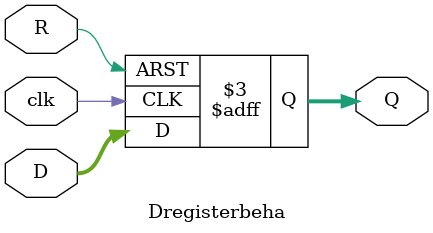
<source format=sv>
`timescale 1ns / 1ps

module Dregisterbeha(
    input [3:0] D, 
    input clk, R,
    output reg [3:0] Q
    );
    
    always_ff@(negedge clk, negedge R)
        begin
            if (R == 0) Q<=0;
            else Q=D;
        end
endmodule

</source>
